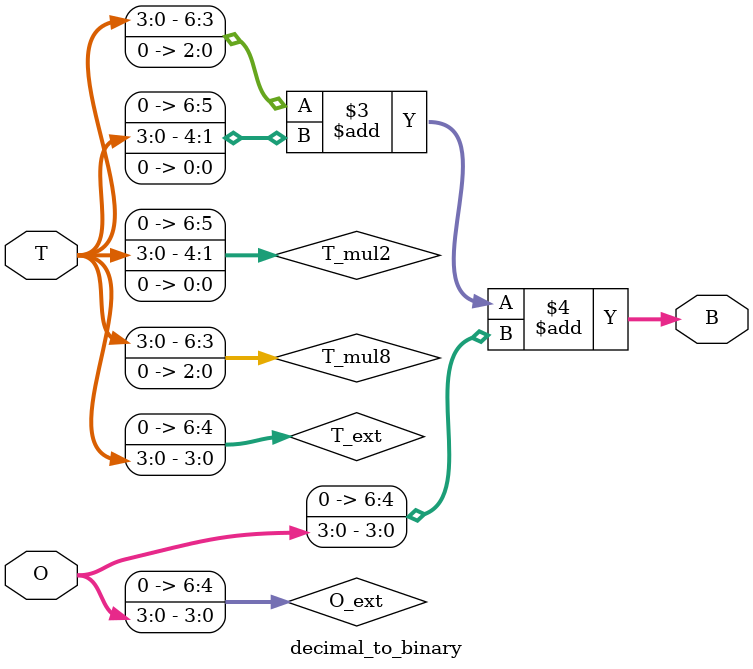
<source format=v>
module decimal_to_binary(O, T, B);

input [3:0] O;
input [3:0] T;
output [6:0] B;

wire [6:0] B;
wire [6:0] T_ext, O_ext, T_mul8, T_mul2;

assign T_ext = {3'b000, T};
assign O_ext = {3'b000, O};
assign T_mul8 = T_ext << 3;
assign T_mul2 = T_ext << 1;
assign B = T_mul8 + T_mul2 + O_ext;

endmodule

</source>
